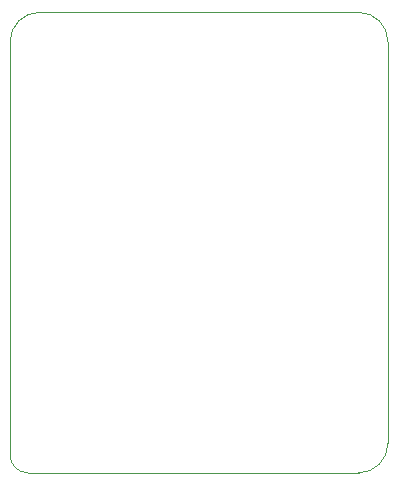
<source format=gm1>
G04 #@! TF.GenerationSoftware,KiCad,Pcbnew,7.0.7-7.0.7~ubuntu20.04.1*
G04 #@! TF.CreationDate,2024-03-24T22:46:20+02:00*
G04 #@! TF.ProjectId,rtl-module-breakout,72746c2d-6d6f-4647-956c-652d62726561,rev?*
G04 #@! TF.SameCoordinates,Original*
G04 #@! TF.FileFunction,Profile,NP*
%FSLAX46Y46*%
G04 Gerber Fmt 4.6, Leading zero omitted, Abs format (unit mm)*
G04 Created by KiCad (PCBNEW 7.0.7-7.0.7~ubuntu20.04.1) date 2024-03-24 22:46:20*
%MOMM*%
%LPD*%
G01*
G04 APERTURE LIST*
G04 #@! TA.AperFunction,Profile*
%ADD10C,0.100000*%
G04 #@! TD*
G04 APERTURE END LIST*
D10*
X164500000Y-64000000D02*
G75*
G03*
X162000000Y-66500000I0J-2500000D01*
G01*
X164500000Y-64000000D02*
X191500000Y-64000000D01*
X162000000Y-101500000D02*
G75*
G03*
X163500000Y-103000000I1500000J0D01*
G01*
X191500000Y-103000000D02*
X163500000Y-103000000D01*
X194000000Y-66500000D02*
G75*
G03*
X191500000Y-64000000I-2500000J0D01*
G01*
X162000000Y-101500000D02*
X162000000Y-66500000D01*
X191500000Y-103000000D02*
G75*
G03*
X194000000Y-100500000I0J2500000D01*
G01*
X194000000Y-66500000D02*
X194000000Y-100500000D01*
M02*

</source>
